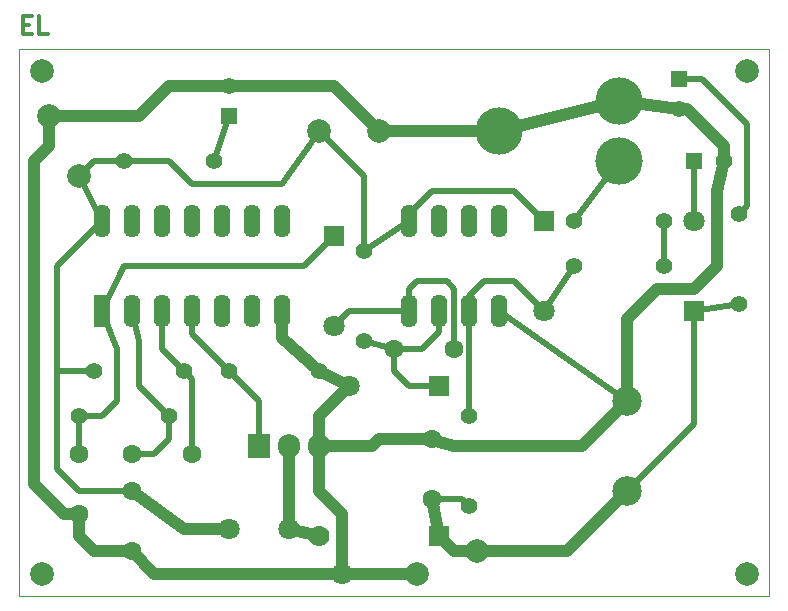
<source format=gbr>
G04 #@! TF.GenerationSoftware,KiCad,Pcbnew,5.99.0-unknown-d20d310~86~ubuntu18.04.1*
G04 #@! TF.CreationDate,2019-12-22T16:28:49+01:00*
G04 #@! TF.ProjectId,Alim_90V,416c696d-5f39-4305-962e-6b696361645f,rev?*
G04 #@! TF.SameCoordinates,PX65bcec0PY5c0c740*
G04 #@! TF.FileFunction,Copper,L1,Top*
G04 #@! TF.FilePolarity,Positive*
%FSLAX46Y46*%
G04 Gerber Fmt 4.6, Leading zero omitted, Abs format (unit mm)*
G04 Created by KiCad (PCBNEW 5.99.0-unknown-d20d310~86~ubuntu18.04.1) date 2019-12-22 16:28:49*
%MOMM*%
%LPD*%
G04 APERTURE LIST*
%ADD10C,0.300000*%
%ADD11C,0.050000*%
%ADD12R,1.397000X2.799080*%
%ADD13O,1.397000X2.799080*%
%ADD14C,1.998980*%
%ADD15C,1.800000*%
%ADD16R,1.800000X1.800000*%
%ADD17C,1.778000*%
%ADD18R,1.778000X1.778000*%
%ADD19C,1.400000*%
%ADD20O,1.905000X2.000000*%
%ADD21R,1.905000X2.000000*%
%ADD22C,1.600000*%
%ADD23C,4.000500*%
%ADD24R,1.397000X1.397000*%
%ADD25C,1.397000*%
%ADD26C,2.499360*%
%ADD27C,1.000000*%
%ADD28C,0.500000*%
G04 APERTURE END LIST*
D10*
X341428Y48367143D02*
X841428Y48367143D01*
X1055714Y47581429D02*
X341428Y47581429D01*
X341428Y49081429D01*
X1055714Y49081429D01*
X2412857Y47581429D02*
X1698571Y47581429D01*
X1698571Y49081429D01*
D11*
X63500000Y46355000D02*
X0Y46355000D01*
X63500000Y0D02*
X63500000Y46355000D01*
X0Y0D02*
X63500000Y0D01*
X0Y46355000D02*
X0Y0D01*
D12*
X6985000Y24130000D03*
D13*
X9525000Y24130000D03*
X12065000Y24130000D03*
X14605000Y24130000D03*
X17145000Y24130000D03*
X19685000Y24130000D03*
X22225000Y24130000D03*
X22225000Y31750000D03*
X19685000Y31750000D03*
X17145000Y31750000D03*
X14605000Y31750000D03*
X12065000Y31750000D03*
X9525000Y31750000D03*
X6985000Y31750000D03*
X33020000Y24130000D03*
X35560000Y24130000D03*
X38100000Y24130000D03*
X40640000Y24130000D03*
X40640000Y31750000D03*
X38100000Y31750000D03*
X35560000Y31750000D03*
X33020000Y31750000D03*
D14*
X61595000Y44450000D03*
X1905000Y44450000D03*
X1905000Y1905000D03*
X61595000Y1905000D03*
D15*
X27305000Y1905000D03*
D16*
X44450000Y31750000D03*
D15*
X44450000Y24130000D03*
D16*
X35560000Y17780000D03*
D15*
X27940000Y17780000D03*
D17*
X25400000Y5080000D03*
D18*
X35560000Y5080000D03*
D16*
X26670000Y30480000D03*
D15*
X26670000Y22860000D03*
D19*
X17780000Y19050000D03*
X25400000Y19050000D03*
D20*
X25400000Y12700000D03*
X22860000Y12700000D03*
D21*
X20320000Y12700000D03*
D19*
X60960000Y32385000D03*
X60960000Y24765000D03*
X46990000Y31750000D03*
X54610000Y31750000D03*
X54610000Y27940000D03*
X46990000Y27940000D03*
X38100000Y15240000D03*
X38100000Y7620000D03*
X29210000Y21590000D03*
X29210000Y29210000D03*
X8890000Y36830000D03*
X16510000Y36830000D03*
X13970000Y19050000D03*
X6350000Y19050000D03*
X5080000Y15240000D03*
X12700000Y15240000D03*
D22*
X34925000Y13335000D03*
X34925000Y8255000D03*
X36830000Y20955000D03*
X31750000Y20955000D03*
X9525000Y3810000D03*
X9525000Y8890000D03*
X9525000Y12065000D03*
X14605000Y12065000D03*
X5080000Y6985000D03*
X5080000Y12065000D03*
D14*
X33655000Y1905000D03*
X38735000Y3810000D03*
X2540000Y40640000D03*
X5080000Y35560000D03*
D23*
X50800000Y36830000D03*
X40640000Y39370000D03*
X50800000Y41910000D03*
D24*
X57150000Y36830000D03*
D25*
X59690000Y36830000D03*
D26*
X51435000Y8890000D03*
X51435000Y16510000D03*
D16*
X57150000Y24130000D03*
D15*
X57150000Y31750000D03*
D24*
X55880000Y43815000D03*
D25*
X55880000Y41275000D03*
D24*
X17780000Y40640000D03*
D25*
X17780000Y43180000D03*
D14*
X25400000Y39370000D03*
X30480000Y39370000D03*
D15*
X17780000Y5715000D03*
X22860000Y5715000D03*
D27*
X27305000Y6985000D02*
X25400000Y8890000D01*
X25400000Y8890000D02*
X25400000Y12700000D01*
D28*
X36830000Y26035000D02*
X36195000Y26670000D01*
X36830000Y20955000D02*
X36830000Y26035000D01*
X33655000Y26670000D02*
X33020000Y26035000D01*
X36195000Y26670000D02*
X33655000Y26670000D01*
X33020000Y26035000D02*
X33020000Y24130000D01*
X29210000Y21590000D02*
X31750000Y20955000D01*
X10160000Y21590000D02*
X10160000Y17780000D01*
X9525000Y24130000D02*
X10160000Y21590000D01*
X10160000Y17780000D02*
X12700000Y15240000D01*
D27*
X36830000Y12700000D02*
X47625000Y12700000D01*
X34925000Y13255000D02*
X36830000Y12700000D01*
X47625000Y12700000D02*
X51435000Y16510000D01*
X30480000Y13335000D02*
X34925000Y13335000D01*
X30480000Y13335000D02*
X29845000Y12700000D01*
X29845000Y12700000D02*
X25400000Y12700000D01*
D28*
X34925000Y8255000D02*
X37465000Y8255000D01*
X37465000Y8255000D02*
X38100000Y7620000D01*
X38100000Y24130000D02*
X38100000Y15240000D01*
D27*
X59055000Y34290000D02*
X59055000Y27940000D01*
X59690000Y36830000D02*
X59055000Y34290000D01*
X59055000Y27940000D02*
X57150000Y26035000D01*
X57150000Y26035000D02*
X53975000Y26035000D01*
X53975000Y26035000D02*
X51435000Y23495000D01*
X51435000Y23495000D02*
X51435000Y16510000D01*
X22860000Y5715000D02*
X25400000Y5080000D01*
X35560000Y5080000D02*
X36830000Y3810000D01*
X36830000Y3810000D02*
X38735000Y3810000D01*
X51435000Y8890000D02*
X46355000Y3810000D01*
X46355000Y3810000D02*
X38735000Y3810000D01*
D28*
X57150000Y14605000D02*
X51435000Y8890000D01*
X57150000Y24130000D02*
X57150000Y14605000D01*
X51435000Y16510000D02*
X40640000Y24130000D01*
X31750000Y19050000D02*
X33020000Y17780000D01*
X31750000Y20955000D02*
X31750000Y19050000D01*
X33020000Y17780000D02*
X35560000Y17780000D01*
D27*
X25400000Y12700000D02*
X25400000Y15240000D01*
X25400000Y15240000D02*
X27940000Y17780000D01*
X27940000Y17780000D02*
X25400000Y19050000D01*
D28*
X34116818Y20955000D02*
X35560000Y22398182D01*
X31750000Y20955000D02*
X34116818Y20955000D01*
X35560000Y22398182D02*
X35560000Y24130000D01*
X25400000Y39370000D02*
X29210000Y35560000D01*
X29210000Y35560000D02*
X29210000Y31750000D01*
X57150000Y36830000D02*
X57150000Y33020000D01*
X57150000Y33020000D02*
X57150000Y31750000D01*
X17780000Y40640000D02*
X16510000Y36830000D01*
D27*
X26670000Y43180000D02*
X30480000Y39370000D01*
X17780000Y43180000D02*
X26670000Y43180000D01*
X2540000Y40640000D02*
X10160000Y40640000D01*
X12700000Y43180000D02*
X17780000Y43180000D01*
X10160000Y40640000D02*
X12700000Y43180000D01*
D28*
X20320000Y16510000D02*
X20320000Y12700000D01*
X17780000Y19050000D02*
X20320000Y16510000D01*
X27940000Y24130000D02*
X26670000Y22860000D01*
X33020000Y24130000D02*
X27940000Y24130000D01*
X5080000Y15240000D02*
X5080000Y12065000D01*
X54610000Y27940000D02*
X54610000Y31750000D01*
D27*
X22860000Y12700000D02*
X22860000Y5715000D01*
D28*
X60960000Y24765000D02*
X57150000Y24130000D01*
X29210000Y31750000D02*
X29210000Y29210000D01*
X24130000Y27940000D02*
X8890000Y27940000D01*
X26670000Y30480000D02*
X24130000Y27940000D01*
X8890000Y27940000D02*
X6985000Y24130000D01*
X6985000Y15240000D02*
X5080000Y15240000D01*
X6985000Y24130000D02*
X8255000Y20955000D01*
X8255000Y16510000D02*
X6985000Y15240000D01*
X8255000Y20955000D02*
X8255000Y16510000D01*
D27*
X22225000Y21879940D02*
X22225000Y24130000D01*
X25400000Y19050000D02*
X22225000Y21879940D01*
D28*
X33020000Y31750000D02*
X29210000Y29210000D01*
X14605000Y18415000D02*
X13970000Y19050000D01*
X14605000Y12065000D02*
X14605000Y18415000D01*
X11430000Y12065000D02*
X9605000Y12065000D01*
X12700000Y15240000D02*
X12700000Y13335000D01*
X12700000Y13335000D02*
X11430000Y12065000D01*
X14605000Y22225000D02*
X14605000Y24130000D01*
X17780000Y19050000D02*
X14605000Y22225000D01*
X12065000Y20955000D02*
X12065000Y24130000D01*
X13970000Y19050000D02*
X12065000Y20955000D01*
X5080000Y6350000D02*
X5080000Y6985000D01*
D27*
X33655000Y1905000D02*
X27305000Y1905000D01*
X27305000Y6985000D02*
X27305000Y1905000D01*
X11430000Y1905000D02*
X9525000Y3810000D01*
X27305000Y1905000D02*
X11430000Y1905000D01*
D28*
X5080000Y35560000D02*
X6985000Y31750000D01*
X6350000Y36830000D02*
X5080000Y35560000D01*
X12700000Y36830000D02*
X6350000Y36830000D01*
X14605000Y34925000D02*
X12700000Y36830000D01*
X25357337Y39327337D02*
X22225000Y34925000D01*
X22225000Y34925000D02*
X14605000Y34925000D01*
X3175000Y19050000D02*
X6350000Y19050000D01*
X3175000Y27940000D02*
X3175000Y19050000D01*
X6985000Y31750000D02*
X3175000Y27940000D01*
X3175000Y10795000D02*
X3175000Y19050000D01*
X9525000Y8890000D02*
X5080000Y8890000D01*
X5080000Y8890000D02*
X3175000Y10795000D01*
D27*
X5080000Y5080000D02*
X5080000Y6985000D01*
X9525000Y3810000D02*
X6350000Y3810000D01*
X6350000Y3810000D02*
X5080000Y5080000D01*
X1270000Y9525000D02*
X3810000Y6985000D01*
X1270000Y36830000D02*
X1270000Y9525000D01*
X3810000Y6985000D02*
X5080000Y6985000D01*
X2540000Y40640000D02*
X2540000Y38100000D01*
X2540000Y38100000D02*
X1270000Y36830000D01*
X13970000Y5715000D02*
X17780000Y5715000D01*
X9525000Y8890000D02*
X13970000Y5715000D01*
X35560000Y5080000D02*
X34925000Y8255000D01*
D28*
X44450000Y24130000D02*
X46990000Y27940000D01*
X41910000Y26670000D02*
X44450000Y24130000D01*
X39370000Y26670000D02*
X41910000Y26670000D01*
X38100000Y24130000D02*
X38100000Y25400000D01*
X38100000Y25400000D02*
X39370000Y26670000D01*
X50800000Y36830000D02*
X46990000Y31750000D01*
D27*
X40640000Y39370000D02*
X50800000Y41910000D01*
X30480000Y39370000D02*
X40640000Y39370000D01*
X50800000Y41910000D02*
X55880000Y41275000D01*
D28*
X61595000Y33020000D02*
X60960000Y32385000D01*
X61595000Y40005000D02*
X61595000Y33020000D01*
X55880000Y43815000D02*
X57785000Y43815000D01*
X57785000Y43815000D02*
X61595000Y40005000D01*
D27*
X59690000Y38100000D02*
X59690000Y36830000D01*
X55880000Y41275000D02*
X56515000Y41275000D01*
X56515000Y41275000D02*
X59690000Y38100000D01*
D28*
X33020000Y32385000D02*
X33020000Y31750000D01*
X34925000Y34290000D02*
X33020000Y32385000D01*
X44450000Y31750000D02*
X41910000Y34290000D01*
X41910000Y34290000D02*
X34925000Y34290000D01*
M02*

</source>
